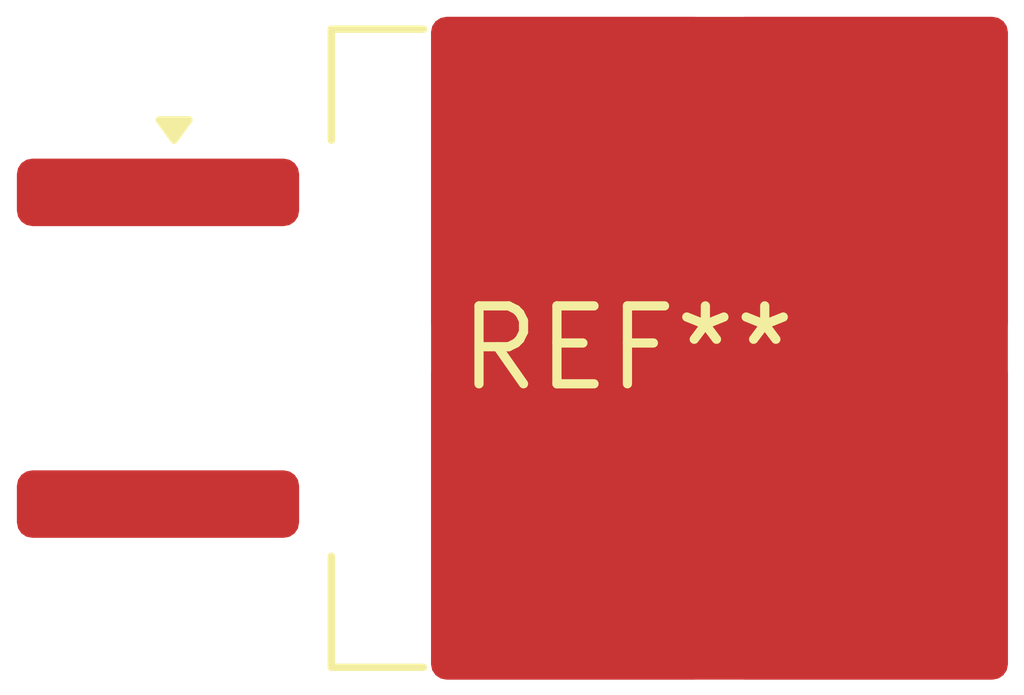
<source format=kicad_pcb>
(kicad_pcb (version 20240108) (generator pcbnew)
  (layers (0 "F.Cu" signal) (31 "B.Cu" signal) (34 "B.Paste" user) (35 "F.Paste" user) (36 "B.SilkS" user "B.Silkscreen") (37 "F.SilkS" user "F.Silkscreen") (38 "B.Mask" user) (39 "F.Mask" user) (44 "Edge.Cuts" user))
  (net 0 "")
  (footprint "TO-263-2" (layer "F.Cu") (at 0 0)
    (property "Reference" "REF**")
    (property "Value" "TO-263-2")
    (fp_line (start -4.825 -5.2) (end -4.825 -3.39) (layer "F.SilkS") (stroke (width 0.12)))
    (fp_line (start -4.825 5.2) (end -4.825 3.39) (layer "F.SilkS") (stroke (width 0.12)))
    (fp_line (start -3.325 -5.2) (end -4.825 -5.2) (layer "F.SilkS") (stroke (width 0.12)))
    (fp_line (start -3.325 5.2) (end -4.825 5.2) (layer "F.SilkS") (stroke (width 0.12)))
    (fp_poly (pts (xy -7.3875 -3.39) (xy -7.6275 -3.72) (xy -7.1475 -3.72) (xy -7.3875 -3.39)) (layer "F.SilkS") (stroke (width 0.12)) (fill solid))
    (pad "1" smd roundrect (at -7.65 -2.54) (size 4.6 1.1) (layers "F.Cu" "F.Paste" "F.Mask") (roundrect_rratio 0.227273))
    (pad "2" smd roundrect (at -0.925 -2.775) (size 4.55 5.25) (layers "F.Cu" "F.Paste") (roundrect_rratio 0.054945))
    (pad "2" smd roundrect (at -0.925 2.775) (size 4.55 5.25) (layers "F.Cu" "F.Paste") (roundrect_rratio 0.054945))
    (pad "2" smd roundrect (at 1.5 0) (size 9.4 10.8) (layers "F.Cu" "F.Mask") (roundrect_rratio 0.026596))
    (pad "2" smd roundrect (at 3.925 -2.775) (size 4.55 5.25) (layers "F.Cu" "F.Paste") (roundrect_rratio 0.054945))
    (pad "2" smd roundrect (at 3.925 2.775) (size 4.55 5.25) (layers "F.Cu" "F.Paste") (roundrect_rratio 0.054945))
    (pad "3" smd roundrect (at -7.65 2.54) (size 4.6 1.1) (layers "F.Cu" "F.Paste" "F.Mask") (roundrect_rratio 0.227273))
  )
)
</source>
